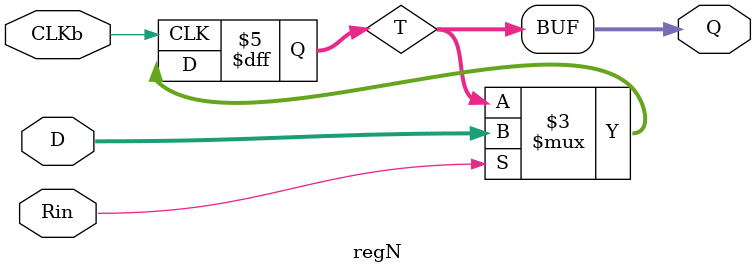
<source format=sv>
module regN#(
	parameter N = 8 //variable width register
)
(
	input logic [N-1:0] D,
	input logic CLKb, Rin,
	output logic [N-1:0] Q
);

logic [N-1:0] T;
	
	//negedge register with synchronous active-high enable
	always_ff@(negedge CLKb)
	begin
		if(Rin)
			T <= D;
		else
			T <= T;			
	end
	
assign Q = T;
endmodule 
</source>
